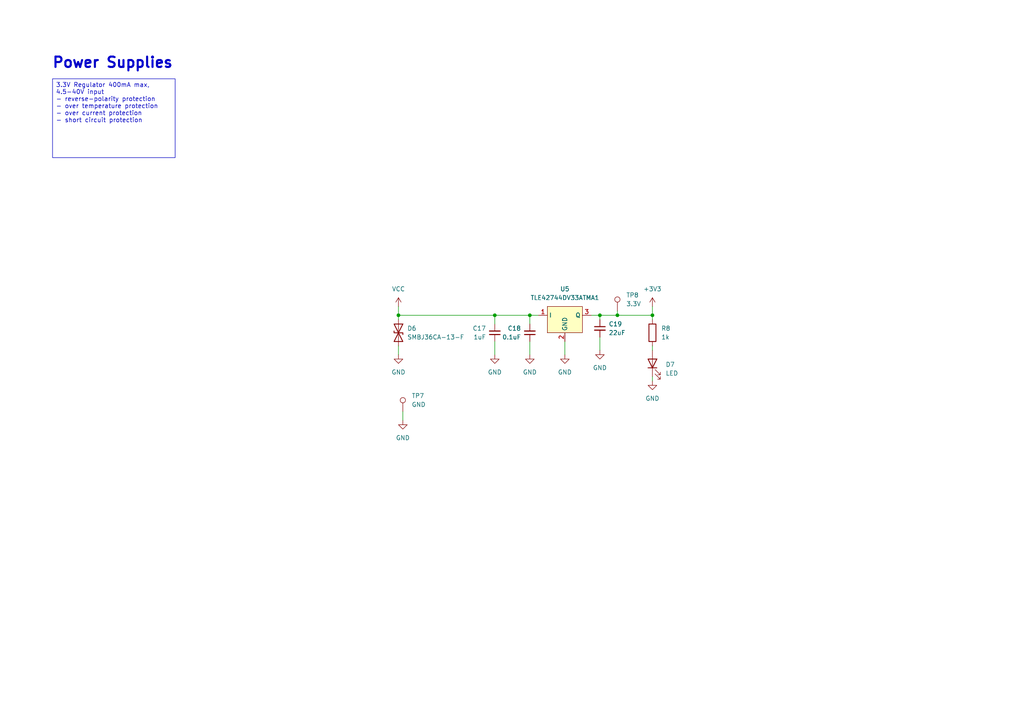
<source format=kicad_sch>
(kicad_sch (version 20250114) (generator "eeschema") (generator_version "9.0")
  (paper "A4")
  (lib_symbols
    (symbol "Connector:TestPoint" (pin_numbers (hide yes)) (pin_names (offset 0.762) (hide yes))
      (property "Reference" "TP" (at 0 6.858 0))
      (property "Value" "TestPoint" (at 0 5.08 0))
      (symbol "TestPoint_0_1"
        (circle (center 0 3.302) (radius 0.762))
      )
      (symbol "TestPoint_1_1"
        (pin passive line (at 0 0 90) (length 2.54) (name "1") (number "1"))
      )
    )
    (symbol "Device:C_Small" (pin_numbers (hide yes)) (pin_names (offset 0.254) (hide yes))
      (property "Reference" "C" (at 0.254 1.778 0))
      (property "Value" "C_Small" (at 0.254 -2.032 0))
      (symbol "C_Small_0_1"
        (polyline (pts (xy -1.524 0.508) (xy 1.524 0.508)) (stroke (width 0.3048)))
        (polyline (pts (xy -1.524 -0.508) (xy 1.524 -0.508)) (stroke (width 0.3302)))
      )
      (symbol "C_Small_1_1"
        (pin passive line (at 0 2.54 270) (length 2.032) (name "~") (number "1"))
        (pin passive line (at 0 -2.54 90) (length 2.032) (name "~") (number "2"))
      )
    )
    (symbol "Device:D_TVS" (pin_numbers (hide yes)) (pin_names (offset 1.016) (hide yes))
      (property "Reference" "D" (at 0 2.54 0))
      (property "Value" "D_TVS" (at 0 -2.54 0))
      (symbol "D_TVS_0_1"
        (polyline (pts (xy -2.54 1.27) (xy -2.54 -1.27) (xy 2.54 1.27) (xy 2.54 -1.27) (xy -2.54 1.27)) (stroke (width 0.254)))
        (polyline (pts (xy 0.508 1.27) (xy 0 1.27) (xy 0 -1.27) (xy -0.508 -1.27)) (stroke (width 0.254)))
        (polyline (pts (xy 1.27 0) (xy -1.27 0)))
      )
      (symbol "D_TVS_1_1"
        (pin passive line (at -3.81 0 0) (length 2.54) (name "A1") (number "1"))
        (pin passive line (at 3.81 0 180) (length 2.54) (name "A2") (number "2"))
      )
    )
    (symbol "Device:LED" (pin_numbers (hide yes)) (pin_names (offset 1.016) (hide yes))
      (property "Reference" "D" (at 0 2.54 0))
      (property "Value" "LED" (at 0 -2.54 0))
      (symbol "LED_0_1"
        (polyline (pts (xy -3.048 -0.762) (xy -4.572 -2.286) (xy -3.81 -2.286) (xy -4.572 -2.286) (xy -4.572 -1.524)))
        (polyline (pts (xy -1.778 -0.762) (xy -3.302 -2.286) (xy -2.54 -2.286) (xy -3.302 -2.286) (xy -3.302 -1.524)))
        (polyline (pts (xy -1.27 0) (xy 1.27 0)))
        (polyline (pts (xy -1.27 -1.27) (xy -1.27 1.27)) (stroke (width 0.254)))
        (polyline (pts (xy 1.27 -1.27) (xy 1.27 1.27) (xy -1.27 0) (xy 1.27 -1.27)) (stroke (width 0.254)))
      )
      (symbol "LED_1_1"
        (pin passive line (at -3.81 0 0) (length 2.54) (name "K") (number "1"))
        (pin passive line (at 3.81 0 180) (length 2.54) (name "A") (number "2"))
      )
    )
    (symbol "Device:R" (pin_numbers (hide yes)) (pin_names (offset 0))
      (property "Reference" "R" (at 2.032 0 90))
      (property "Value" "R" (at 0 0 90))
      (symbol "R_0_1"
        (rectangle (start -1.016 -2.54) (end 1.016 2.54) (stroke (width 0.254)))
      )
      (symbol "R_1_1"
        (pin passive line (at 0 3.81 270) (length 1.27) (name "~") (number "1"))
        (pin passive line (at 0 -3.81 90) (length 1.27) (name "~") (number "2"))
      )
    )
    (symbol "canbus_tire_temp_sensor:TLE42744DV33ATMA1"
      (property "Reference" "U" (at 3.81 -5.08 0))
      (property "Value" "TLE42744DV33ATMA1" (at 0 5.08 0))
      (symbol "TLE42744DV33ATMA1_0_0"
        (pin power_out line (at -7.62 1.27 0) (length 2.54) (name "I") (number "1"))
        (pin power_out line (at 0 -6.35 90) (length 2.54) (name "GND") (number "2"))
        (pin power_out line (at 7.62 1.27 180) (length 2.54) (name "Q") (number "3"))
      )
      (symbol "TLE42744DV33ATMA1_0_1"
        (rectangle (start -5.08 3.81) (end 5.08 -3.81) (fill (type background)))
      )
    )
    (symbol "power:+3.3V" (power) (pin_names (offset 0))
      (property "Value" "+3.3V" (at 0 3.556 0))
      (symbol "+3.3V_0_1"
        (polyline (pts (xy -0.762 1.27) (xy 0 2.54)))
        (polyline (pts (xy 0 2.54) (xy 0.762 1.27)))
        (polyline (pts (xy 0 0) (xy 0 2.54)))
      )
      (symbol "+3.3V_1_1"
        (pin power_in line (at 0 0 90) (length 0) (hide yes) (name "+3V3") (number "1"))
      )
    )
    (symbol "power:GND" (power) (pin_names (offset 0))
      (property "Value" "GND" (at 0 -3.81 0))
      (symbol "GND_0_1"
        (polyline (pts (xy 0 0) (xy 0 -1.27) (xy 1.27 -1.27) (xy 0 -2.54) (xy -1.27 -1.27) (xy 0 -1.27)))
      )
      (symbol "GND_1_1"
        (pin power_in line (at 0 0 270) (length 0) (hide yes) (name "GND") (number "1"))
      )
    )
    (symbol "power:VCC" (power) (pin_names (offset 0))
      (property "Value" "VCC" (at 0 3.81 0))
      (symbol "VCC_0_1"
        (polyline (pts (xy -0.762 1.27) (xy 0 2.54)))
        (polyline (pts (xy 0 2.54) (xy 0.762 1.27)))
        (polyline (pts (xy 0 0) (xy 0 2.54)))
      )
      (symbol "VCC_1_1"
        (pin power_in line (at 0 0 90) (length 0) (hide yes) (name "VCC") (number "1"))
      )
    )
  )
  (text "Power Supplies" (at 14.986 20.066 0) (effects (font (size 3 3) (thickness 0.6) (bold yes)) (justify left bottom)))
  (text_box "3.3V Regulator 400mA max, 4.5-40V input\n- reverse-polarity protection\n- over temperature protection\n- over current protection\n- short circuit protection" (at 15.24 22.86 0) (size 35.56 22.86) (margins 0.9525 0.9525 0.9525 0.9525) (effects (font (size 1.27 1.27)) (justify left top)))
  (junction (at 115.57 91.44))
  (junction (at 153.67 91.44))
  (junction (at 179.07 91.44))
  (junction (at 173.99 91.44))
  (junction (at 189.23 91.44))
  (junction (at 143.51 91.44))
  (wire (pts (xy 179.07 90.17) (xy 179.07 91.44)))
  (wire (pts (xy 115.57 91.44) (xy 115.57 92.71)))
  (wire (pts (xy 115.57 88.9) (xy 115.57 91.44)))
  (wire (pts (xy 143.51 93.98) (xy 143.51 91.44)))
  (wire (pts (xy 115.57 91.44) (xy 143.51 91.44)))
  (wire (pts (xy 173.99 92.71) (xy 173.99 91.44)))
  (wire (pts (xy 189.23 109.22) (xy 189.23 110.49)))
  (wire (pts (xy 189.23 91.44) (xy 189.23 92.71)))
  (wire (pts (xy 173.99 91.44) (xy 171.45 91.44)))
  (wire (pts (xy 189.23 88.9) (xy 189.23 91.44)))
  (wire (pts (xy 116.84 119.38) (xy 116.84 121.92)))
  (wire (pts (xy 153.67 93.98) (xy 153.67 91.44)))
  (wire (pts (xy 143.51 91.44) (xy 153.67 91.44)))
  (wire (pts (xy 163.83 99.06) (xy 163.83 102.87)))
  (wire (pts (xy 153.67 91.44) (xy 156.21 91.44)))
  (wire (pts (xy 115.57 100.33) (xy 115.57 102.87)))
  (wire (pts (xy 173.99 97.79) (xy 173.99 101.6)))
  (wire (pts (xy 173.99 91.44) (xy 179.07 91.44)))
  (wire (pts (xy 179.07 91.44) (xy 189.23 91.44)))
  (wire (pts (xy 189.23 100.33) (xy 189.23 101.6)))
  (wire (pts (xy 153.67 99.06) (xy 153.67 102.87)))
  (wire (pts (xy 143.51 99.06) (xy 143.51 102.87)))
  (symbol (lib_id "power:GND") (at 153.67 102.87 0) (unit 1)
    (property "Reference" "#PWR040" (effects (hide yes)))
    (property "Value" "GND" (at 153.67 107.95 0))
  )
  (symbol (lib_id "Device:R") (at 189.23 96.52 0) (unit 1)
    (property "Reference" "R8" (at 191.77 95.2499 0) (effects (justify left)))
    (property "Value" "1k" (at 191.77 97.7899 0) (effects (justify left)))
    (property "Footprint" "Resistor_SMD:R_0603_1608Metric" (effects (hide yes)))
  )
  (symbol (lib_id "power:VCC") (at 115.57 88.9 0) (unit 1)
    (property "Reference" "#PWR036" (effects (hide yes)))
    (property "Value" "VCC" (at 115.57 83.82 0))
  )
  (symbol (lib_id "Device:C_Small") (at 153.67 96.52 0) (mirror x) (unit 1)
    (property "Reference" "C18" (at 151.13 95.2435 0) (effects (justify right)))
    (property "Value" "0.1uF" (at 151.13 97.79 0) (effects (justify right)))
    (property "Footprint" "Capacitor_SMD:C_0603_1608Metric" (effects (hide yes)))
  )
  (symbol (lib_id "power:+3.3V") (at 189.23 88.9 0) (unit 1)
    (property "Reference" "#PWR043" (effects (hide yes)))
    (property "Value" "+3V3" (at 189.23 83.82 0))
  )
  (symbol (lib_id "power:GND") (at 163.83 102.87 0) (unit 1)
    (property "Reference" "#PWR041" (effects (hide yes)))
    (property "Value" "GND" (at 163.83 107.95 0))
  )
  (symbol (lib_id "power:GND") (at 116.84 121.92 0) (unit 1)
    (property "Reference" "#PWR038" (effects (hide yes)))
    (property "Value" "GND" (at 116.84 127 0))
  )
  (symbol (lib_id "power:GND") (at 173.99 101.6 0) (unit 1)
    (property "Reference" "#PWR042" (effects (hide yes)))
    (property "Value" "GND" (at 173.99 106.68 0))
  )
  (symbol (lib_id "power:GND") (at 189.23 110.49 0) (unit 1)
    (property "Reference" "#PWR044" (effects (hide yes)))
    (property "Value" "GND" (at 189.23 115.57 0))
  )
  (symbol (lib_id "Device:D_TVS") (at 115.57 96.52 270) (unit 1)
    (property "Reference" "D6" (at 118.11 95.2499 90) (effects (justify left)))
    (property "Value" "SMBJ36CA-13-F" (at 118.11 97.7899 90) (effects (justify left)))
    (property "Footprint" "Diode_SMD:D_SMB" (effects (hide yes)))
  )
  (symbol (lib_id "power:GND") (at 115.57 102.87 0) (unit 1)
    (property "Reference" "#PWR037" (effects (hide yes)))
    (property "Value" "GND" (at 115.57 107.95 0))
  )
  (symbol (lib_id "Device:C_Small") (at 143.51 96.52 0) (mirror x) (unit 1)
    (property "Reference" "C17" (at 140.97 95.2435 0) (effects (justify right)))
    (property "Value" "1uF" (at 140.97 97.7835 0) (effects (justify right)))
    (property "Footprint" "Capacitor_SMD:C_0603_1608Metric" (effects (hide yes)))
  )
  (symbol (lib_id "Device:LED") (at 189.23 105.41 90) (unit 1)
    (property "Reference" "D7" (at 193.04 105.7274 90) (effects (justify right)))
    (property "Value" "LED" (at 193.04 108.2674 90) (effects (justify right)))
    (property "Footprint" "LED_SMD:LED_0603_1608Metric" (effects (hide yes)))
  )
  (symbol (lib_id "Device:C_Small") (at 173.99 95.25 0) (mirror y) (unit 1)
    (property "Reference" "C19" (at 176.53 93.9862 0) (effects (justify right)))
    (property "Value" "22uF" (at 176.53 96.5262 0) (effects (justify right)))
    (property "Footprint" "Capacitor_SMD:C_0805_2012Metric" (effects (hide yes)))
  )
  (symbol (lib_id "power:GND") (at 143.51 102.87 0) (unit 1)
    (property "Reference" "#PWR039" (effects (hide yes)))
    (property "Value" "GND" (at 143.51 107.95 0))
  )
  (symbol (lib_id "Connector:TestPoint") (at 179.07 90.17 0) (unit 1)
    (property "Reference" "TP8" (at 181.61 85.5979 0) (effects (justify left)))
    (property "Value" "3.3V" (at 181.61 88.1379 0) (effects (justify left)))
    (property "Footprint" "TestPoint:TestPoint_Pad_D2.0mm" (effects (hide yes)))
  )
  (symbol (lib_id "canbus_tire_temp_sensor:TLE42744DV33ATMA1") (at 163.83 92.71 0) (unit 1)
    (property "Reference" "U5" (at 163.83 83.82 0))
    (property "Value" "TLE42744DV33ATMA1" (at 163.83 86.36 0))
    (property "Footprint" "Package_TO_SOT_SMD:TO-252-3_TabPin2" (effects (hide yes)))
  )
  (symbol (lib_id "Connector:TestPoint") (at 116.84 119.38 0) (unit 1)
    (property "Reference" "TP7" (at 119.38 114.8079 0) (effects (justify left)))
    (property "Value" "GND" (at 119.38 117.3479 0) (effects (justify left)))
    (property "Footprint" "TestPoint:TestPoint_Pad_D2.0mm" (effects (hide yes)))
  )
)
</source>
